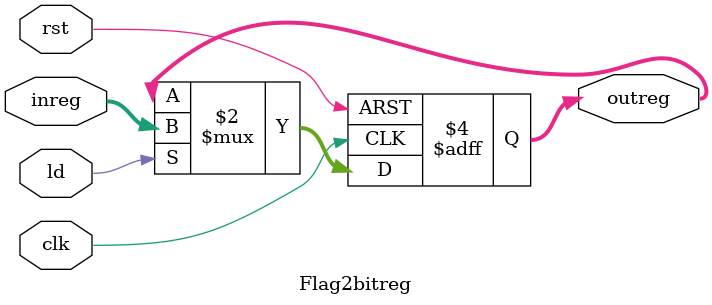
<source format=v>
`timescale 1ns/1ns
module Flag2bitreg(input clk , rst , ld , input[1:0] inreg, output reg[1:0] outreg);
  always@(posedge clk, posedge rst)begin
    if(rst) outreg <= 2'b0;
    else if(ld) outreg <= inreg;
  end
endmodule
</source>
